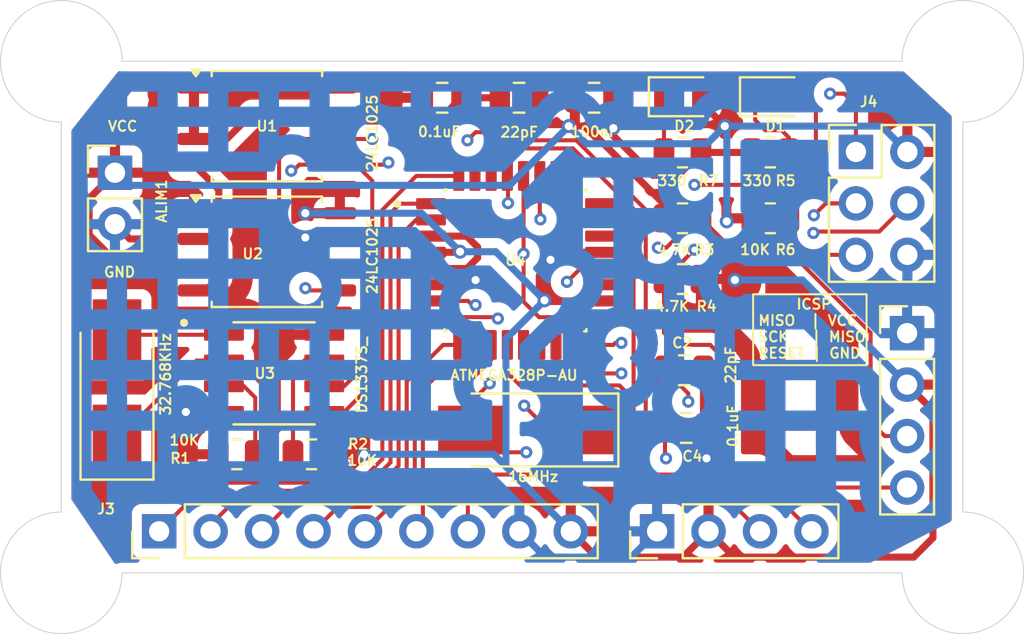
<source format=kicad_pcb>
(kicad_pcb (version 20240108) (generator "pcbnew") (generator_version "8.0")
  (title_block (title "${project_name}") (date "2024-06-09") (rev "1") (comment 1 "2 layer PCB version"))
  (layers (0 "F.Cu" mixed) (1 "In1.Cu" mixed) (2 "In2.Cu" mixed) (31 "B.Cu" mixed) (34 "B.Paste" user) (35 "F.Paste" user) (36 "B.SilkS" user "B.Silkscreen") (37 "F.SilkS" user "F.Silkscreen") (38 "B.Mask" user) (39 "F.Mask" user) (44 "Edge.Cuts" user))
  (property "project_name" "MCU Datalogger with momery and clock")
  (net 0 "")
  (net 1 "GND")
  (net 2 "/Vcc")
  (net 3 "Net-(U4-PB6)")
  (net 4 "Net-(U4-PB7)")
  (net 5 "Net-(U4-AREF)")
  (net 6 "Net-(D1-K)")
  (net 7 "/SCK")
  (net 8 "Net-(D2-K)")
  (net 9 "/SDA")
  (net 10 "/TX")
  (net 11 "/RX")
  (net 12 "/D2")
  (net 13 "/D3")
  (net 14 "/D5")
  (net 15 "/D4")
  (net 16 "/D7")
  (net 17 "/D8")
  (net 18 "/D6")
  (net 19 "/MISO")
  (net 20 "/MOSI")
  (net 21 "/RESET")
  (net 22 "Net-(U3-~{INTA})")
  (net 23 "Net-(U3-SQW{slash}~INT)")
  (net 24 "Net-(U3-X1)")
  (net 25 "Net-(U3-X2)")
  (footprint "Resistor_SMD:R_0805_2012Metric" (layer "F.Cu") (at 152.9125 104.75)
    (property "Reference" "R3" (at 1.0875 1.55 0) (layer "F.SilkS") (effects (font (size 0.5 0.5) (thickness 0.1))))
    (property "Value" "4.7K" (at -0.4125 1.55 0) (layer "F.SilkS") (effects (font (size 0.5 0.5) (thickness 0.1))))
    (pad "1" smd roundrect (at -0.9125 0) (size 1.025 1.4) (layers "F.Cu" "F.Paste" "F.Mask") (roundrect_rratio 0.243902) (net 2 "/Vcc"))
    (pad "2" smd roundrect (at 0.9125 0) (size 1.025 1.4) (layers "F.Cu" "F.Paste" "F.Mask") (roundrect_rratio 0.243902) (net 9 "/SDA"))
  )
  (footprint "Capacitor_SMD:C_0805_2012Metric" (layer "F.Cu") (at 153 112.25 180)
    (property "Reference" "C2" (at 0.1 1.35 0) (layer "F.SilkS") (effects (font (size 0.5 0.5) (thickness 0.1))))
    (property "Value" "22pF" (at -2.3 0.25 90) (layer "F.SilkS") (effects (font (size 0.5 0.5) (thickness 0.1))))
    (pad "1" smd roundrect (at -0.95 0 180) (size 1 1.45) (layers "F.Cu" "F.Paste" "F.Mask") (net 1 "GND"))
    (pad "2" smd roundrect (at 0.95 0 180) (size 1 1.45) (layers "F.Cu" "F.Paste" "F.Mask") (net 3 "Net-(U4-PB6)"))
  )
  (footprint "Resistor_SMD:R_0805_2012Metric" (layer "F.Cu") (at 152.9125 101.5)
    (property "Reference" "R7" (at 1.2875 1.4 0) (layer "F.SilkS") (effects (font (size 0.5 0.5) (thickness 0.1))))
    (property "Value" "330" (at -0.5125 1.4 0) (layer "F.SilkS") (effects (font (size 0.5 0.5) (thickness 0.1))))
    (pad "1" smd roundrect (at -0.9125 0) (size 1.025 1.4) (layers "F.Cu" "F.Paste" "F.Mask") (roundrect_rratio 0.243902) (net 8 "Net-(D2-K)"))
    (pad "2" smd roundrect (at 0.9125 0) (size 1.025 1.4) (layers "F.Cu" "F.Paste" "F.Mask") (roundrect_rratio 0.243902) (net 1 "GND"))
  )
  (footprint "DS1337S_:SOIC127P600X175-8N" (layer "F.Cu") (at 132.755 112.405)
    (property "Reference" "U3" (at -0.455 0 0) (layer "F.SilkS") (effects (font (size 0.5 0.5) (thickness 0.1))))
    (property "Value" "DS1337S_" (at 4.325 0.095 90) (layer "F.SilkS") (effects (font (size 0.5 0.5) (thickness 0.1))))
    (pad "1" smd roundrect (at -2.475 -1.905) (size 1.97 0.59) (layers "F.Cu" "F.Paste" "F.Mask") (roundrect_rratio 0.125) (net 24 "Net-(U3-X1)"))
    (pad "2" smd roundrect (at -2.475 -0.635) (size 1.97 0.59) (layers "F.Cu" "F.Paste" "F.Mask") (roundrect_rratio 0.125) (net 25 "Net-(U3-X2)"))
    (pad "3" smd roundrect (at -2.475 0.635) (size 1.97 0.59) (layers "F.Cu" "F.Paste" "F.Mask") (roundrect_rratio 0.125) (net 22 "Net-(U3-~{INTA})"))
    (pad "4" smd roundrect (at -2.475 1.905) (size 1.97 0.59) (layers "F.Cu" "F.Paste" "F.Mask") (roundrect_rratio 0.125) (net 1 "GND"))
    (pad "5" smd roundrect (at 2.475 1.905) (size 1.97 0.59) (layers "F.Cu" "F.Paste" "F.Mask") (roundrect_rratio 0.125) (net 9 "/SDA"))
    (pad "6" smd roundrect (at 2.475 0.635) (size 1.97 0.59) (layers "F.Cu" "F.Paste" "F.Mask") (roundrect_rratio 0.125) (net 7 "/SCK"))
    (pad "7" smd roundrect (at 2.475 -0.635) (size 1.97 0.59) (layers "F.Cu" "F.Paste" "F.Mask") (roundrect_rratio 0.125) (net 23 "Net-(U3-SQW{slash}~INT)"))
    (pad "8" smd roundrect (at 2.475 -1.905) (size 1.97 0.59) (layers "F.Cu" "F.Paste" "F.Mask") (roundrect_rratio 0.125) (net 2 "/Vcc"))
  )
  (footprint "Capacitor_SMD:C_0805_2012Metric" (layer "F.Cu") (at 153.1 115.1 180)
    (property "Reference" "C4" (at -0.3 -1.4 0) (layer "F.SilkS") (effects (font (size 0.5 0.5) (thickness 0.1))))
    (property "Value" "0.1uF" (at -2.3 0.1 90) (layer "F.SilkS") (effects (font (size 0.5 0.5) (thickness 0.1))))
    (pad "1" smd roundrect (at -0.95 0 180) (size 1 1.45) (layers "F.Cu" "F.Paste" "F.Mask") (net 1 "GND"))
    (pad "2" smd roundrect (at 0.95 0 180) (size 1 1.45) (layers "F.Cu" "F.Paste" "F.Mask") (net 5 "Net-(U4-AREF)"))
  )
  (footprint "Capacitor_SMD:C_0805_2012Metric" (layer "F.Cu") (at 144.85 98.8)
    (property "Reference" "C3")
    (property "Value" "22pF" (at 0 1.7 0) (layer "F.SilkS") (effects (font (size 0.5 0.5) (thickness 0.1))))
    (pad "1" smd roundrect (at -0.95 0) (size 1 1.45) (layers "F.Cu" "F.Paste" "F.Mask") (net 1 "GND"))
    (pad "2" smd roundrect (at 0.95 0) (size 1 1.45) (layers "F.Cu" "F.Paste" "F.Mask") (net 4 "Net-(U4-PB7)"))
  )
  (footprint "MountingHole:MountingHole_2.1mm" (layer "F.Cu") (at 122.25 97)
    (property "Reference" "H1")
    (property "Value" "MountingHole" (hide yes))
    (pad "" np_thru_hole circle (at 0 0) (size 2.1 2.1) (drill 2.1) (layers "*.Cu" "*.Mask"))
  )
  (footprint "Connector_PinHeader_2.54mm:PinHeader_1x09_P2.54mm_Vertical" (layer "F.Cu") (at 127.08 120.2 90)
    (property "Reference" "J3" (at 1.1 -2.62 180) (layer "F.SilkS") (effects (font (size 0.5 0.5) (thickness 0.1))))
    (property "Value" "Conn_01x09_Pin" (hide yes))
    (pad "1" thru_hole rect (at 0 0 90) (size 1.7 1.7) (drill 1) (layers "*.Cu" "*.Mask") (net 12 "/D2"))
    (pad "2" thru_hole oval (at 0 2.54 90) (size 1.7 1.7) (drill 1) (layers "*.Cu" "*.Mask") (net 13 "/D3"))
    (pad "3" thru_hole oval (at 0 5.08 90) (size 1.7 1.7) (drill 1) (layers "*.Cu" "*.Mask") (net 15 "/D4"))
    (pad "4" thru_hole oval (at 0 7.62 90) (size 1.7 1.7) (drill 1) (layers "*.Cu" "*.Mask") (net 14 "/D5"))
    (pad "5" thru_hole oval (at 0 10.16 90) (size 1.7 1.7) (drill 1) (layers "*.Cu" "*.Mask") (net 18 "/D6"))
    (pad "6" thru_hole oval (at 0 12.7 90) (size 1.7 1.7) (drill 1) (layers "*.Cu" "*.Mask") (net 16 "/D7"))
    (pad "7" thru_hole oval (at 0 15.24 90) (size 1.7 1.7) (drill 1) (layers "*.Cu" "*.Mask") (net 17 "/D8"))
    (pad "8" thru_hole oval (at 0 17.78 90) (size 1.7 1.7) (drill 1) (layers "*.Cu" "*.Mask") (net 1 "GND"))
    (pad "9" thru_hole oval (at 0 20.32 90) (size 1.7 1.7) (drill 1) (layers "*.Cu" "*.Mask") (net 2 "/Vcc"))
  )
  (footprint "Capacitor_SMD:C_0805_2012Metric" (layer "F.Cu") (at 148.55 98.8)
    (property "Reference" "C5")
    (property "Value" "100nF" (at 0 1.68 0) (layer "F.SilkS") (effects (font (size 0.5 0.5) (thickness 0.1))))
    (pad "1" smd roundrect (at -0.95 0) (size 1 1.45) (layers "F.Cu" "F.Paste" "F.Mask") (net 2 "/Vcc"))
    (pad "2" smd roundrect (at 0.95 0) (size 1 1.45) (layers "F.Cu" "F.Paste" "F.Mask") (net 1 "GND"))
  )
  (footprint "Package_SO:SOIC-8_5.23x5.23mm_P1.27mm" (layer "F.Cu") (at 132.4 106.405)
    (property "Reference" "U2" (at -0.7 0.1 0) (layer "F.SilkS") (effects (font (size 0.5 0.5) (thickness 0.1))))
    (property "Value" "24LC1025" (at 5.2 0.2 90) (layer "F.SilkS") (effects (font (size 0.5 0.5) (thickness 0.1))))
    (pad "1" smd roundrect (at -3.6 -1.905) (size 1.6 0.6) (layers "F.Cu" "F.Paste" "F.Mask") (net 2 "/Vcc"))
    (pad "2" smd roundrect (at -3.6 -0.635) (size 1.6 0.6) (layers "F.Cu" "F.Paste" "F.Mask") (net 1 "GND"))
    (pad "3" smd roundrect (at -3.6 0.635) (size 1.6 0.6) (layers "F.Cu" "F.Paste" "F.Mask") (net 2 "/Vcc"))
    (pad "4" smd roundrect (at -3.6 1.905) (size 1.6 0.6) (layers "F.Cu" "F.Paste" "F.Mask") (net 1 "GND"))
    (pad "5" smd roundrect (at 3.6 1.905) (size 1.6 0.6) (layers "F.Cu" "F.Paste" "F.Mask") (net 9 "/SDA"))
    (pad "6" smd roundrect (at 3.6 0.635) (size 1.6 0.6) (layers "F.Cu" "F.Paste" "F.Mask") (net 7 "/SCK"))
    (pad "7" smd roundrect (at 3.6 -0.635) (size 1.6 0.6) (layers "F.Cu" "F.Paste" "F.Mask") (net 1 "GND"))
    (pad "8" smd roundrect (at 3.6 -1.905) (size 1.6 0.6) (layers "F.Cu" "F.Paste" "F.Mask") (net 2 "/Vcc"))
  )
  (footprint "LED_SMD:LED_0805_2012Metric" (layer "F.Cu") (at 157.4375 98.75)
    (property "Reference" "D1" (at 0.0625 1.45 0) (layer "F.SilkS") (effects (font (size 0.5 0.5) (thickness 0.1))))
    (property "Value" "LED" (hide yes))
    (pad "1" smd roundrect (at -0.9375 0) (size 0.975 1.4) (layers "F.Cu" "F.Paste" "F.Mask") (net 6 "Net-(D1-K)"))
    (pad "2" smd roundrect (at 0.9375 0) (size 0.975 1.4) (layers "F.Cu" "F.Paste" "F.Mask") (net 7 "/SCK"))
  )
  (footprint "Capacitor_SMD:C_0805_2012Metric" (layer "F.Cu") (at 141.05 98.8)
    (property "Reference" "C1")
    (property "Value" "0.1uF" (at -0.15 1.68 0) (layer "F.SilkS") (effects (font (size 0.5 0.5) (thickness 0.1))))
    (pad "1" smd roundrect (at -0.95 0) (size 1 1.45) (layers "F.Cu" "F.Paste" "F.Mask") (net 2 "/Vcc"))
    (pad "2" smd roundrect (at 0.95 0) (size 1 1.45) (layers "F.Cu" "F.Paste" "F.Mask") (net 1 "GND"))
  )
  (footprint "Resistor_SMD:R_0805_2012Metric" (layer "F.Cu") (at 152.9125 107.75)
    (property "Reference" "R4" (at 1.1875 1.35 0) (layer "F.SilkS") (effects (font (size 0.5 0.5) (thickness 0.1))))
    (property "Value" "4.7K" (at -0.5125 1.35 0) (layer "F.SilkS") (effects (font (size 0.5 0.5) (thickness 0.1))))
    (pad "1" smd roundrect (at -0.9125 0) (size 1.025 1.4) (layers "F.Cu" "F.Paste" "F.Mask") (roundrect_rratio 0.243902) (net 7 "/SCK"))
    (pad "2" smd roundrect (at 0.9125 0) (size 1.025 1.4) (layers "F.Cu" "F.Paste" "F.Mask") (roundrect_rratio 0.243902) (net 2 "/Vcc"))
  )
  (footprint "MountingHole:MountingHole_2.1mm" (layer "F.Cu") (at 122.25 122.25)
    (property "Reference" "H2")
    (property "Value" "MountingHole" (hide yes))
    (pad "" np_thru_hole circle (at 0 0) (size 2.1 2.1) (drill 2.1) (layers "*.Cu" "*.Mask"))
  )
  (footprint "Connector_PinHeader_2.54mm:PinHeader_1x04_P2.54mm_Vertical" (layer "F.Cu") (at 164 110.42)
    (property "Reference" "J1")
    (property "Value" "Conn_01x04_Pin" (hide yes))
    (pad "1" thru_hole rect (at 0 0) (size 1.7 1.7) (drill 1) (layers "*.Cu" "*.Mask") (net 1 "GND"))
    (pad "2" thru_hole oval (at 0 2.54) (size 1.7 1.7) (drill 1) (layers "*.Cu" "*.Mask") (net 2 "/Vcc"))
    (pad "3" thru_hole oval (at 0 5.08) (size 1.7 1.7) (drill 1) (layers "*.Cu" "*.Mask") (net 9 "/SDA"))
    (pad "4" thru_hole oval (at 0 7.62) (size 1.7 1.7) (drill 1) (layers "*.Cu" "*.Mask") (net 7 "/SCK"))
  )
  (footprint "ATMEGA328P-AU:QFP80P900X900X120-32N" (layer "F.Cu") (at 144.67 106.83)
    (property "Reference" "U4" (at 0 0 0) (layer "F.SilkS") (effects (font (size 0.5 0.5) (thickness 0.1))))
    (property "Value" "ATMEGA328P-AU" (at -0.07 5.67 0) (layer "F.SilkS") (effects (font (size 0.5 0.5) (thickness 0.1))))
    (pad "1" smd roundrect (at -4.17 -2.8) (size 1.47 0.55) (layers "F.Cu" "F.Paste" "F.Mask") (roundrect_rratio 0.125) (net 13 "/D3"))
    (pad "2" smd roundrect (at -4.17 -2) (size 1.47 0.55) (layers "F.Cu" "F.Paste" "F.Mask") (roundrect_rratio 0.125) (net 15 "/D4"))
    (pad "3" smd roundrect (at -4.17 -1.2) (size 1.47 0.55) (layers "F.Cu" "F.Paste" "F.Mask") (roundrect_rratio 0.125) (net 1 "GND"))
    (pad "4" smd roundrect (at -4.17 -0.4) (size 1.47 0.55) (layers "F.Cu" "F.Paste" "F.Mask") (roundrect_rratio 0.125) (net 2 "/Vcc"))
    (pad "5" smd roundrect (at -4.17 0.4) (size 1.47 0.55) (layers "F.Cu" "F.Paste" "F.Mask") (roundrect_rratio 0.125) (net 1 "GND"))
    (pad "6" smd roundrect (at -4.17 1.2) (size 1.47 0.55) (layers "F.Cu" "F.Paste" "F.Mask") (roundrect_rratio 0.125))
    (pad "7" smd roundrect (at -4.17 2) (size 1.47 0.55) (layers "F.Cu" "F.Paste" "F.Mask") (roundrect_rratio 0.125) (net 3 "Net-(U4-PB6)"))
    (pad "8" smd roundrect (at -4.17 2.8) (size 1.47 0.55) (layers "F.Cu" "F.Paste" "F.Mask") (roundrect_rratio 0.125) (net 4 "Net-(U4-PB7)"))
    (pad "9" smd roundrect (at -2.8 4.17) (size 0.55 1.47) (layers "F.Cu" "F.Paste" "F.Mask") (roundrect_rratio 0.125) (net 14 "/D5"))
    (pad "10" smd roundrect (at -2 4.17) (size 0.55 1.47) (layers "F.Cu" "F.Paste" "F.Mask") (roundrect_rratio 0.125) (net 18 "/D6"))
    (pad "11" smd roundrect (at -1.2 4.17) (size 0.55 1.47) (layers "F.Cu" "F.Paste" "F.Mask") (roundrect_rratio 0.125) (net 16 "/D7"))
    (pad "12" smd roundrect (at -0.4 4.17) (size 0.55 1.47) (layers "F.Cu" "F.Paste" "F.Mask") (roundrect_rratio 0.125) (net 17 "/D8"))
    (pad "13" smd roundrect (at 0.4 4.17) (size 0.55 1.47) (layers "F.Cu" "F.Paste" "F.Mask") (roundrect_rratio 0.125))
    (pad "14" smd roundrect (at 1.2 4.17) (size 0.55 1.47) (layers "F.Cu" "F.Paste" "F.Mask") (roundrect_rratio 0.125))
    (pad "15" smd roundrect (at 2 4.17) (size 0.55 1.47) (layers "F.Cu" "F.Paste" "F.Mask") (roundrect_rratio 0.125) (net 20 "/MOSI"))
    (pad "16" smd roundrect (at 2.8 4.17) (size 0.55 1.47) (layers "F.Cu" "F.Paste" "F.Mask") (roundrect_rratio 0.125) (net 19 "/MISO"))
    (pad "17" smd roundrect (at 4.17 2.8) (size 1.47 0.55) (layers "F.Cu" "F.Paste" "F.Mask") (roundrect_rratio 0.125) (net 7 "/SCK"))
    (pad "18" smd roundrect (at 4.17 2) (size 1.47 0.55) (layers "F.Cu" "F.Paste" "F.Mask") (roundrect_rratio 0.125) (net 2 "/Vcc"))
    (pad "19" smd roundrect (at 4.17 1.2) (size 1.47 0.55) (layers "F.Cu" "F.Paste" "F.Mask") (roundrect_rratio 0.125))
    (pad "20" smd roundrect (at 4.17 0.4) (size 1.47 0.55) (layers "F.Cu" "F.Paste" "F.Mask") (roundrect_rratio 0.125) (net 5 "Net-(U4-AREF)"))
    (pad "21" smd roundrect (at 4.17 -0.4) (size 1.47 0.55) (layers "F.Cu" "F.Paste" "F.Mask") (roundrect_rratio 0.125) (net 1 "GND"))
    (pad "22" smd roundrect (at 4.17 -1.2) (size 1.47 0.55) (layers "F.Cu" "F.Paste" "F.Mask") (roundrect_rratio 0.125))
    (pad "23" smd roundrect (at 4.17 -2) (size 1.47 0.55) (layers "F.Cu" "F.Paste" "F.Mask") (roundrect_rratio 0.125))
    (pad "24" smd roundrect (at 4.17 -2.8) (size 1.47 0.55) (layers "F.Cu" "F.Paste" "F.Mask") (roundrect_rratio 0.125))
    (pad "25" smd roundrect (at 2.8 -4.17) (size 0.55 1.47) (layers "F.Cu" "F.Paste" "F.Mask") (roundrect_rratio 0.125))
    (pad "26" smd roundrect (at 2 -4.17) (size 0.55 1.47) (layers "F.Cu" "F.Paste" "F.Mask") (roundrect_rratio 0.125))
    (pad "27" smd roundrect (at 1.2 -4.17) (size 0.55 1.47) (layers "F.Cu" "F.Paste" "F.Mask") (roundrect_rratio 0.125) (net 9 "/SDA"))
    (pad "28" smd roundrect (at 0.4 -4.17) (size 0.55 1.47) (layers "F.Cu" "F.Paste" "F.Mask") (roundrect_rratio 0.125) (net 7 "/SCK"))
    (pad "29" smd roundrect (at -0.4 -4.17) (size 0.55 1.47) (layers "F.Cu" "F.Paste" "F.Mask") (roundrect_rratio 0.125) (net 21 "/RESET"))
    (pad "30" smd roundrect (at -1.2 -4.17) (size 0.55 1.47) (layers "F.Cu" "F.Paste" "F.Mask") (roundrect_rratio 0.125) (net 11 "/RX"))
    (pad "31" smd roundrect (at -2 -4.17) (size 0.55 1.47) (layers "F.Cu" "F.Paste" "F.Mask") (roundrect_rratio 0.125) (net 10 "/TX"))
    (pad "32" smd roundrect (at -2.8 -4.17) (size 0.55 1.47) (layers "F.Cu" "F.Paste" "F.Mask") (roundrect_rratio 0.125) (net 12 "/D2"))
  )
  (footprint "Crystal:Crystal_SMD_5032-2Pin_5.0x3.2mm_HandSoldering" (layer "F.Cu") (at 145.2 115.2 180)
    (property "Reference" "Y2" (hide yes))
    (property "Value" "16MHz" (at -0.35 -2.3 0) (layer "F.SilkS") (effects (font (size 0.5 0.5) (thickness 0.1))))
    (pad "1" smd rect (at -2.6 0 180) (size 3.5 2.4) (layers "F.Cu" "F.Paste" "F.Mask") (net 4 "Net-(U4-PB7)"))
    (pad "2" smd rect (at 2.6 0 180) (size 3.5 2.4) (layers "F.Cu" "F.Paste" "F.Mask") (net 3 "Net-(U4-PB6)"))
  )
  (footprint "Package_SO:SOIC-8_5.23x5.23mm_P1.27mm" (layer "F.Cu") (at 132.4 100.2)
    (property "Reference" "U1" (at 0 0 0) (layer "F.SilkS") (effects (font (size 0.5 0.5) (thickness 0.1))))
    (property "Value" "24LC1025" (at 5.2 0.335 90) (layer "F.SilkS") (effects (font (size 0.5 0.5) (thickness 0.1))))
    (pad "1" smd roundrect (at -3.6 -1.905) (size 1.6 0.6) (layers "F.Cu" "F.Paste" "F.Mask") (net 2 "/Vcc"))
    (pad "2" smd roundrect (at -3.6 -0.635) (size 1.6 0.6) (layers "F.Cu" "F.Paste" "F.Mask") (net 2 "/Vcc"))
    (pad "3" smd roundrect (at -3.6 0.635) (size 1.6 0.6) (layers "F.Cu" "F.Paste" "F.Mask") (net 2 "/Vcc"))
    (pad "4" smd roundrect (at -3.6 1.905) (size 1.6 0.6) (layers "F.Cu" "F.Paste" "F.Mask") (net 1 "GND"))
    (pad "5" smd roundrect (at 3.6 1.905) (size 1.6 0.6) (layers "F.Cu" "F.Paste" "F.Mask") (net 9 "/SDA"))
    (pad "6" smd roundrect (at 3.6 0.635) (size 1.6 0.6) (layers "F.Cu" "F.Paste" "F.Mask") (net 7 "/SCK"))
    (pad "7" smd roundrect (at 3.6 -0.635) (size 1.6 0.6) (layers "F.Cu" "F.Paste" "F.Mask") (net 1 "GND"))
    (pad "8" smd roundrect (at 3.6 -1.905) (size 1.6 0.6) (layers "F.Cu" "F.Paste" "F.Mask") (net 2 "/Vcc"))
  )
  (footprint "Connector_PinHeader_2.54mm:PinHeader_1x04_P2.54mm_Vertical" (layer "F.Cu") (at 151.66 120.2 90)
    (property "Reference" "J2")
    (property "Value" "Conn_01x04_Pin" (hide yes))
    (pad "1" thru_hole rect (at 0 0 90) (size 1.7 1.7) (drill 1) (layers "*.Cu" "*.Mask") (net 1 "GND"))
    (pad "2" thru_hole oval (at 0 2.54 90) (size 1.7 1.7) (drill 1) (layers "*.Cu" "*.Mask") (net 2 "/Vcc"))
    (pad "3" thru_hole oval (at 0 5.08 90) (size 1.7 1.7) (drill 1) (layers "*.Cu" "*.Mask") (net 11 "/RX"))
    (pad "4" thru_hole oval (at 0 7.62 90) (size 1.7 1.7) (drill 1) (layers "*.Cu" "*.Mask") (net 10 "/TX"))
  )
  (footprint "Connector_PinHeader_2.54mm:PinHeader_2x03_P2.54mm_Vertical" (layer "F.Cu") (at 161.475 101.475)
    (property "Reference" "J4" (at 0.625 -2.475 180) (layer "F.SilkS") (effects (font (size 0.5 0.5) (thickness 0.1))))
    (property "Value" "Conn_02x03_Odd_Even" (hide yes))
    (pad "1" thru_hole rect (at 0 0) (size 1.7 1.7) (drill 1) (layers "*.Cu" "*.Mask") (net 19 "/MISO"))
    (pad "2" thru_hole oval (at 2.54 0) (size 1.7 1.7) (drill 1) (layers "*.Cu" "*.Mask") (net 2 "/Vcc"))
    (pad "3" thru_hole oval (at 0 2.54) (size 1.7 1.7) (drill 1) (layers "*.Cu" "*.Mask") (net 7 "/SCK"))
    (pad "4" thru_hole oval (at 2.54 2.54) (size 1.7 1.7) (drill 1) (layers "*.Cu" "*.Mask") (net 20 "/MOSI"))
    (pad "5" thru_hole oval (at 0 5.08) (size 1.7 1.7) (drill 1) (layers "*.Cu" "*.Mask") (net 21 "/RESET"))
    (pad "6" thru_hole oval (at 2.54 5.08) (size 1.7 1.7) (drill 1) (layers "*.Cu" "*.Mask") (net 1 "GND"))
  )
  (footprint "MountingHole:MountingHole_2.1mm" (layer "F.Cu") (at 166.75 122.25)
    (property "Reference" "H3")
    (property "Value" "MountingHole" (hide yes))
    (pad "" np_thru_hole circle (at 0 0) (size 2.1 2.1) (drill 2.1) (layers "*.Cu" "*.Mask"))
  )
  (footprint "Resistor_SMD:R_0805_2012Metric" (layer "F.Cu") (at 130.9125 116.4)
    (property "Reference" "R1" (at -2.7875 0.2 0) (layer "F.SilkS") (effects (font (size 0.5 0.5) (thickness 0.1))))
    (property "Value" "10K" (at -2.5875 -0.7 0) (layer "F.SilkS") (effects (font (size 0.5 0.5) (thickness 0.1))))
    (pad "1" smd roundrect (at -0.9125 0) (size 1.025 1.4) (layers "F.Cu" "F.Paste" "F.Mask") (roundrect_rratio 0.243902) (net 2 "/Vcc"))
    (pad "2" smd roundrect (at 0.9125 0) (size 1.025 1.4) (layers "F.Cu" "F.Paste" "F.Mask") (roundrect_rratio 0.243902) (net 22 "Net-(U3-~{INTA})"))
  )
  (footprint "LED_SMD:LED_0805_2012Metric" (layer "F.Cu") (at 152.9375 98.75)
    (property "Reference" "D2" (at 0.0625 1.45 0) (layer "F.SilkS") (effects (font (size 0.5 0.5) (thickness 0.1))))
    (property "Value" "LED" (hide yes))
    (pad "1" smd roundrect (at -0.9375 0) (size 0.975 1.4) (layers "F.Cu" "F.Paste" "F.Mask") (net 8 "Net-(D2-K)"))
    (pad "2" smd roundrect (at 0.9375 0) (size 0.975 1.4) (layers "F.Cu" "F.Paste" "F.Mask") (net 2 "/Vcc"))
  )
  (footprint "Connector_PinHeader_2.54mm:PinHeader_1x02_P2.54mm_Vertical" (layer "F.Cu") (at 124.9 102.5)
    (property "Reference" "ALIM1" (at 2.3 1.4 -90) (layer "F.SilkS") (effects (font (size 0.5 0.5) (thickness 0.1))))
    (property "Value" "Battery" (hide yes))
    (pad "1" thru_hole rect (at 0 0) (size 1.7 1.7) (drill 1) (layers "*.Cu" "*.Mask") (net 2 "/Vcc"))
    (pad "2" thru_hole oval (at 0 2.54) (size 1.7 1.7) (drill 1) (layers "*.Cu" "*.Mask") (net 1 "GND"))
  )
  (footprint "Resistor_SMD:R_0805_2012Metric" (layer "F.Cu") (at 157.25 101.5)
    (property "Reference" "R5" (at 0.75 1.4 0) (layer "F.SilkS") (effects (font (size 0.5 0.5) (thickness 0.1))))
    (property "Value" "330" (at -0.65 1.4 0) (layer "F.SilkS") (effects (font (size 0.5 0.5) (thickness 0.1))))
    (pad "1" smd roundrect (at -0.9125 0) (size 1.025 1.4) (layers "F.Cu" "F.Paste" "F.Mask") (roundrect_rratio 0.243902) (net 1 "GND"))
    (pad "2" smd roundrect (at 0.9125 0) (size 1.025 1.4) (layers "F.Cu" "F.Paste" "F.Mask") (roundrect_rratio 0.243902) (net 6 "Net-(D1-K)"))
  )
  (footprint "Resistor_SMD:R_0805_2012Metric" (layer "F.Cu") (at 157.25 104.75)
    (property "Reference" "R6" (at 0.75 1.55 0) (layer "F.SilkS") (effects (font (size 0.5 0.5) (thickness 0.1))))
    (property "Value" "10K" (at -0.75 1.55 0) (layer "F.SilkS") (effects (font (size 0.5 0.5) (thickness 0.1))))
    (pad "1" smd roundrect (at -0.9125 0) (size 1.025 1.4) (layers "F.Cu" "F.Paste" "F.Mask") (roundrect_rratio 0.243902) (net 2 "/Vcc"))
    (pad "2" smd roundrect (at 0.9125 0) (size 1.025 1.4) (layers "F.Cu" "F.Paste" "F.Mask") (roundrect_rratio 0.243902) (net 21 "/RESET"))
  )
  (footprint "MountingHole:MountingHole_2.1mm" (layer "F.Cu") (at 166.75 97)
    (property "Reference" "H4")
    (property "Value" "MountingHole" (hide yes))
    (pad "" np_thru_hole circle (at 0 0) (size 2.1 2.1) (drill 2.1) (layers "*.Cu" "*.Mask"))
  )
  (footprint "Resistor_SMD:R_0805_2012Metric" (layer "F.Cu") (at 134.6 116.4 180)
    (property "Reference" "R2" (at -2.3 0.5 360) (layer "F.SilkS") (effects (font (size 0.5 0.5) (thickness 0.1))))
    (property "Value" "10K" (at -2.5 -0.3 360) (layer "F.SilkS") (effects (font (size 0.5 0.5) (thickness 0.1))))
    (pad "1" smd roundrect (at -0.9125 0 180) (size 1.025 1.4) (layers "F.Cu" "F.Paste" "F.Mask") (roundrect_rratio 0.243902) (net 2 "/Vcc"))
    (pad "2" smd roundrect (at 0.9125 0 180) (size 1.025 1.4) (layers "F.Cu" "F.Paste" "F.Mask") (roundrect_rratio 0.243902) (net 23 "Net-(U3-SQW{slash}~INT)"))
  )
  (footprint "Crystal:Crystal_SMD_5032-2Pin_5.0x3.2mm_HandSoldering" (layer "F.Cu") (at 125 113.1 90)
    (property "Reference" "Y1" (hide yes))
    (property "Value" "32.768KHz" (at 0.65 2.4 90) (layer "F.SilkS") (effects (font (size 0.5 0.5) (thickness 0.1))))
    (pad "1" smd rect (at -2.6 0 90) (size 3.5 2.4) (layers "F.Cu" "F.Paste" "F.Mask") (net 25 "Net-(U3-X2)"))
    (pad "2" smd rect (at 2.6 0 90) (size 3.5 2.4) (layers "F.Cu" "F.Paste" "F.Mask") (net 24 "Net-(U3-X1)"))
  )
  (gr_rect (start 156.4 108.5) (end 162 112) (stroke (width 0.1)) (fill none) (layer "F.SilkS"))
  (gr_line (start 163.75 97) (end 125.25 97) (stroke (width 0.05)) (layer "Edge.Cuts"))
  (gr_arc (start 166.75 119.25) (mid 168.87132 124.37132) (end 163.75 122.25) (stroke (width 0.05)) (layer "Edge.Cuts"))
  (gr_arc (start 125.25 122.25) (mid 120.12868 124.37132) (end 122.25 119.25) (stroke (width 0.05)) (layer "Edge.Cuts"))
  (gr_line (start 166.75 119.25) (end 166.75 100) (stroke (width 0.05)) (layer "Edge.Cuts"))
  (gr_line (start 125.25 122.25) (end 163.75 122.25) (stroke (width 0.05)) (layer "Edge.Cuts"))
  (gr_arc (start 163.75 97) (mid 168.87132 94.87868) (end 166.75 100) (stroke (width 0.05)) (layer "Edge.Cuts"))
  (gr_line (start 122.25 119.25) (end 122.25 100) (stroke (width 0.05)) (layer "Edge.Cuts"))
  (gr_arc (start 122.25 100) (mid 120.12868 94.87868) (end 125.25 97) (stroke (width 0.05)) (layer "Edge.Cuts"))
  (gr_text "VCC" (at 124.5 100.5 0) (layer "F.SilkS") (effects (font (size 0.5 0.5) (thickness 0.1) (bold yes)) (justify left bottom)))
  (gr_text "GND" (at 124.3 107.7 0) (layer "F.SilkS") (effects (font (size 0.5 0.5) (thickness 0.1) (bold yes)) (justify left bottom)))
  (gr_text "	ICSP\nMISO  | VCC\nSCK   | MISO\nRESET | GND" (at 156.6 111.7 0) (layer "F.SilkS") (effects (font (size 0.5 0.5) (thickness 0.1)) (justify left bottom)))
  (segment (start 142.27 107.23) (end 142.8 106.7) (width 0.35) (layer "F.Cu") (net 1))
  (segment (start 125.63 105.77) (end 124.9 105.04) (width 0.35) (layer "F.Cu") (net 1))
  (segment (start 140.5 107.23) (end 142.27 107.23) (width 0.35) (layer "F.Cu") (net 1))
  (segment (start 154.05 115.1) (end 154.05 116.55) (width 0.35) (layer "F.Cu") (net 1))
  (segment (start 142.8 106.17) (end 142.26 105.63) (width 0.35) (layer "F.Cu") (net 1))
  (segment (start 153.825 101.5) (end 152.7 102.625) (width 0.35) (layer "F.Cu") (net 1))
  (segment (start 142.7 107.8) (end 142.13 107.23) (width 0.35) (layer "F.Cu") (net 1))
  (segment (start 148.84 106.43) (end 146.77 106.43) (width 0.35) (layer "F.Cu") (net 1))
  (segment (start 152.7 102.625) (end 151.450978 102.625) (width 0.35) (layer "F.Cu") (net 1))
  (segment (start 142 98.8) (end 143.9 98.8) (width 0.35) (layer "F.Cu") (net 1))
  (segment (start 136 105.77) (end 134.365 105.77) (width 0.35) (layer "F.Cu") (net 1))
  (segment (start 140.85 99.95) (end 136.385 99.95) (width 0.35) (layer "F.Cu") (net 1))
  (segment (start 142.8 106.7) (end 142.8 106.17) (width 0.35) (layer "F.Cu") (net 1))
  (segment (start 149.5 100.674022) (end 149.5 100.3) (width 0.35) (layer "F.Cu") (net 1))
  (segment (start 130.025 103.33) (end 130.025 105.344999) (width 0.35) (layer "F.Cu") (net 1))
  (segment (start 134.365 105.77) (end 134.295 105.7) (width 0.35) (layer "F.Cu") (net 1))
  (segment (start 142.26 105.63) (end 140.5 105.63) (width 0.35) (layer "F.Cu") (net 1))
  (segment (start 130.025 107.675) (end 129.39 108.31) (width 0.35) (layer "F.Cu") (net 1))
  (segment (start 128.8 105.77) (end 129.599999 105.77) (width 0.35) (layer "F.Cu") (net 1))
  (segment (start 129.39 108.31) (end 128.8 108.31) (width 0.35) (layer "F.Cu") (net 1))
  (segment (start 142 98.8) (end 140.85 99.95) (width 0.35) (layer "F.Cu") (net 1))
  (segment (start 128.8 105.77) (end 125.63 105.77) (width 0.35) (layer "F.Cu") (net 1))
  (segment (start 131.687328 99.565) (end 129.147328 102.105) (width 0.35) (layer "F.Cu") (net 1))
  (segment (start 129.599999 105.77) (end 130.025 106.195001) (width 0.35) (layer "F.Cu") (net 1))
  (segment (start 136.385 99.95) (end 136 99.565) (width 0.35) (layer "F.Cu") (net 1))
  (segment (start 153.95 112.25) (end 153.95 115) (width 0.35) (layer "F.Cu") (net 1))
  (segment (start 136 99.565) (end 131.687328 99.565) (width 0.35) (layer "F.Cu") (net 1))
  (segment (start 130.025 105.344999) (end 129.599999 105.77) (width 0.35) (layer "F.Cu") (net 1))
  (segment (start 128.8 102.105) (end 130.025 103.33) (width 0.35) (layer "F.Cu") (net 1))
  (segment (start 154.05 116.55) (end 154.1 116.6) (width 0.35) (layer "F.Cu") (net 1))
  (segment (start 130.025 106.195001) (end 130.025 107.675) (width 0.35) (layer "F.Cu") (net 1))
  (segment (start 128.4 114.31) (end 130.28 114.31) (width 0.35) (layer "F.Cu") (net 1))
  (segment (start 151.450978 102.625) (end 149.5 100.674022) (width 0.35) (layer "F.Cu") (net 1))
  (segment (start 153.95 115) (end 154.05 115.1) (width 0.35) (layer "F.Cu") (net 1))
  (segment (start 149.5 100.674022) (end 149.5 98.8) (width 0.35) (layer "F.Cu") (net 1))
  (segment (start 153.825 101.5) (end 156.3375 101.5) (width 0.35) (layer "F.Cu") (net 1))
  (segment (start 129.147328 102.105) (end 128.8 102.105) (width 0.35) (layer "F.Cu") (net 1))
  (segment (start 142.13 107.23) (end 140.5 107.23) (width 0.35) (layer "F.Cu") (net 1))
  (segment (start 146.77 106.43) (end 146.4 106.8) (width 0.35) (layer "F.Cu") (net 1))
  (via (at 154.1 116.6) (size 0.69) (drill 0.4) (layers "F.Cu" "B.Cu") (net 1))
  (via (at 142.7 107.8) (size 0.69) (drill 0.4) (layers "F.Cu" "B.Cu") (net 1))
  (via (at 134.295 105.7) (size 0.69) (drill 0.4) (layers "F.Cu" "B.Cu") (net 1))
  (via (at 149.5 100.3) (size 0.69) (drill 0.4) (layers "F.Cu" "B.Cu") (net 1))
  (via (at 128.4 114.31) (size 0.69) (drill 0.4) (layers "F.Cu" "B.Cu") (net 1))
  (via (at 146.4 106.8) (size 0.69) (drill 0.4) (layers "F.Cu" "B.Cu") (net 1))
  (segment (start 150.385 121.475) (end 151.66 120.2) (width 0.35) (layer "B.Cu") (net 1))
  (segment (start 144.86 120.2) (end 146.135 121.475) (width 0.35) (layer "B.Cu") (net 1))
  (segment (start 146.135 121.475) (end 150.385 121.475) (width 0.35) (layer "B.Cu") (net 1))
  (segment (start 148.675 121.475) (end 152.935 121.475) (width 0.35) (layer "F.Cu") (net 2))
  (segment (start 165.275 120.524175) (end 165.275 114.235) (width 0.35) (layer "F.Cu") (net 2))
  (segment (start 123.625 105.568123) (end 123.625 103.775) (width 0.35) (layer "F.Cu") (net 2))
  (segment (start 140.5 106.43) (end 141.905527 106.43) (width 0.35) (layer "F.Cu") (net 2))
  (segment (start 153.875 98.75) (end 153.875 99.075) (width 0.35) (layer "F.Cu") (net 2))
  (segment (start 125.096877 107.04) (end 123.625 105.568123) (width 0.35) (layer "F.Cu") (net 2))
  (segment (start 123 106.193123) (end 123.625 105.568123) (width 0.35) (layer "F.Cu") (net 2))
  (segment (start 148.15 100.2) (end 147.3 100.2) (width 0.35) (layer "F.Cu") (net 2))
  (segment (start 152 104.05) (end 148.15 100.2) (width 0.35) (layer "F.Cu") (net 2))
  (segment (start 154.2 120.21) (end 154.2 120.2) (width 0.35) (layer "F.Cu") (net 2))
  (segment (start 153.875 99.075) (end 155 100.2) (width 0.35) (layer "F.Cu") (net 2))
  (segment (start 128.8 107.04) (end 125.096877 107.04) (width 0.35) (layer "F.Cu") (net 2))
  (segment (start 148.84 108.83) (end 146.13 108.83) (width 0.35) (layer "F.Cu") (net 2))
  (segment (start 135.5125 116.4) (end 137.2 116.4) (width 0.35) (layer "F.Cu") (net 2))
  (segment (start 123.625 103.775) (end 124.9 102.5) (width 0.35) (layer "F.Cu") (net 2))
  (segment (start 147.6 99.9) (end 147.3 100.2) (width 0.35) (layer "F.Cu") (net 2))
  (segment (start 130 116.4) (end 128.525 117.875) (width 0.35) (layer "F.Cu") (net 2))
  (segment (start 156.3375 104.75) (end 155.25 104.75) (width 0.35) (layer "F.Cu") (net 2))
  (segment (start 141.905527 106.43) (end 141.935527 106.4) (width 0.35) (layer "F.Cu") (net 2))
  (segment (start 152.935 121.475) (end 154.2 120.21) (width 0.35) (layer "F.Cu") (net 2))
  (segment (start 147.6 98.8) (end 147.6 99.9) (width 0.35) (layer "F.Cu") (net 2))
  (segment (start 123.6 117.875) (end 123 117.275) (width 0.35) (layer "F.Cu") (net 2))
  (segment (start 123 117.275) (end 123 106.193123) (width 0.35) (layer "F.Cu") (net 2))
  (segment (start 155.475 121.475) (end 164.324175 121.475) (width 0.35) (layer "F.Cu") (net 2))
  (segment (start 155.25 104.75) (end 155.1 104.9) (width 0.35) (layer "F.Cu") (net 2))
  (segment (start 154.2 120.2) (end 155.475 121.475) (width 0.35) (layer "F.Cu") (net 2))
  (segment (start 140.1 98.8) (end 139.595 98.295) (width 0.35) (layer "F.Cu") (net 2))
  (segment (start 155.455 107.75) (end 155.5 107.795) (width 0.35) (layer "F.Cu") (net 2))
  (segment (start 147.4 120.2) (end 148.675 121.475) (width 0.35) (layer "F.Cu") (net 2))
  (segment (start 165.275 114.235) (end 164 112.96) (width 0.35) (layer "F.Cu") (net 2))
  (segment (start 139.595 98.295) (end 136 98.295) (width 0.35) (layer "F.Cu") (net 2))
  (segment (start 128.525 117.875) (end 123.6 117.875) (width 0.35) (layer "F.Cu") (net 2))
  (segment (start 164.324175 121.475) (end 165.275 120.524175) (width 0.35) (layer "F.Cu") (net 2))
  (segment (start 152 104.75) (end 152 104.05) (width 0.35) (layer "F.Cu") (net 2))
  (segment (start 136 104.5) (end 134.295 104.5) (width 0.35) (layer "F.Cu") (net 2))
  (segment (start 146.13 108.83) (end 146.1 108.8) (width 0.35) (layer "F.Cu") (net 2))
  (segment (start 153.825 107.75) (end 155.455 107.75) (width 0.35) (layer "F.Cu") (net 2))
  (via (at 146.1 108.8) (size 0.69) (drill 0.4) (layers "F.Cu" "B.Cu") (net 2))
  (via (at 141.935527 106.4) (size 0.69) (drill 0.4) (layers "F.Cu" "B.Cu") (net 2))
  (via (at 155 100.2) (size 0.69) (drill 0.4) (layers "F.Cu" "B.Cu") (net 2))
  (via (at 155.1 104.9) (size 0.69) (drill 0.4) (layers "F.Cu" "B.Cu") (net 2))
  (via (at 137.2 116.4) (size 0.69) (drill 0.4) (layers "F.Cu" "B.Cu") (net 2))
  (via (at 147.3 100.2) (size 0.69) (drill 0.4) (layers "F.Cu" "B.Cu") (net 2))
  (via (at 155.5 107.795) (size 0.69) (drill 0.4) (layers "F.Cu" "B.Cu") (net 2))
  (via (at 134.295 104.5) (size 0.69) (drill 0.4) (layers "F.Cu" "B.Cu") (net 2))
  (segment (start 134.295 104.5) (end 140.035527 104.5) (width 0.35) (layer "B.Cu") (net 2))
  (segment (start 143.6 116.4) (end 147.4 120.2) (width 0.35) (layer "B.Cu") (net 2))
  (segment (start 141.935527 106.4) (end 143.7 106.4) (width 0.35) (layer "B.Cu") (net 2))
  (segment (start 155.5 107.795) (end 158.835 107.795) (width 0.35) (layer "B.Cu") (net 2))
  (segment (start 137.2 116.4) (end 143.6 116.4) (width 0.35) (layer "B.Cu") (net 2))
  (segment (start 155.1 104.9) (end 155.1 100.3) (width 0.35) (layer "B.Cu") (net 2))
  (segment (start 158.835 107.795) (end 164 112.96) (width 0.35) (layer "B.Cu") (net 2))
  (segment (start 148.17 101.07) (end 154.13 101.07) (width 0.35) (layer "B.Cu") (net 2))
  (segment (start 125.525 103.125) (end 124.9 102.5) (width 0.35) (layer "B.Cu") (net 2))
  (segment (start 154.13 101.07) (end 155 100.2) (width 0.35) (layer "B.Cu") (net 2))
  (segment (start 144.2 117) (end 147.4 120.2) (width 0.35) (layer "B.Cu") (net 2))
  (segment (start 155 100.2) (end 162.74 100.2) (width 0.35) (layer "B.Cu") (net 2))
  (segment (start 140.035527 104.5) (end 141.935527 106.4) (width 0.35) (layer "B.Cu") (net 2))
  (segment (start 144.375 103.125) (end 125.525 103.125) (width 0.35) (layer "B.Cu") (net 2))
  (segment (start 155.1 100.3) (end 155 100.2) (width 0.35) (layer "B.Cu") (net 2))
  (segment (start 162.74 100.2) (end 164.015 101.475) (width 0.35) (layer "B.Cu") (net 2))
  (segment (start 146.1 108.8) (end 144.2 110.7) (width 0.35) (layer "B.Cu") (net 2))
  (segment (start 143.7 106.4) (end 146.1 108.8) (width 0.35) (layer "B.Cu") (net 2))
  (segment (start 147.3 100.2) (end 144.375 103.125) (width 0.35) (layer "B.Cu") (net 2))
  (segment (start 147.3 100.2) (end 148.17 101.07) (width 0.35) (layer "B.Cu") (net 2))
  (segment (start 144.2 110.7) (end 144.2 117) (width 0.35) (layer "B.Cu") (net 2))
  (segment (start 142.6 115.2) (end 142.6 113.7) (width 0.2) (layer "F.Cu") (net 3))
  (segment (start 153.2 113.6) (end 153.2 113.8) (width 0.2) (layer "F.Cu") (net 3))
  (segment (start 143.7 116.3) (end 142.6 115.2) (width 0.2) (layer "F.Cu") (net 3))
  (segment (start 142.6 113.7) (end 143.4 112.9) (width 0.2) (layer "F.Cu") (net 3))
  (segment (start 142.7 109.03) (end 142.53 109.03) (width 0.2) (layer "F.Cu") (net 3))
  (segment (start 153.2 113.4) (end 153.2 113.6) (width 0.2) (layer "F.Cu") (net 3))
  (segment (start 152.05 112.25) (end 153.2 113.4) (width 0.2) (layer "F.Cu") (net 3))
  (segment (start 142.33 108.83) (end 140.5 108.83) (width 0.2) (layer "F.Cu") (net 3))
  (segment (start 142.53 109.03) (end 142.33 108.83) (width 0.2) (layer "F.Cu") (net 3))
  (segment (start 145.2 116.3) (end 143.7 116.3) (width 0.2) (layer "F.Cu") (net 3))
  (via (at 143.4 112.9) (size 0.6) (drill 0.3) (layers "F.Cu" "B.Cu") (net 3))
  (via (at 153.2 113.8) (size 0.6) (drill 0.3) (layers "F.Cu" "B.Cu") (net 3))
  (via (at 142.7 109.03) (size 0.6) (drill 0.3) (layers "F.Cu" "B.Cu") (net 3))
  (via (at 145.2 116.3) (size 0.6) (drill 0.3) (layers "F.Cu" "B.Cu") (net 3))
  (segment (start 147.8 115.2) (end 146.3 115.2) (width 0.2) (layer "F.Cu") (net 4))
  (segment (start 142.7 100.5) (end 144.1 100.5) (width 0.2) (layer "F.Cu") (net 4))
  (segment (start 143.73 109.63) (end 140.5 109.63) (width 0.2) (layer "F.Cu") (net 4))
  (segment (start 144.1 100.5) (end 145.8 98.8) (width 0.2) (layer "F.Cu") (net 4))
  (segment (start 143.8 109.7) (end 143.73 109.63) (width 0.2) (layer "F.Cu") (net 4))
  (segment (start 142.3 100.9) (end 142.7 100.5) (width 0.2) (layer "F.Cu") (net 4))
  (segment (start 146.3 115.2) (end 145.1 114) (width 0.2) (layer "F.Cu") (net 4))
  (via (at 142.3 100.9) (size 0.6) (drill 0.3) (layers "F.Cu" "B.Cu") (net 4))
  (via (at 145.1 114) (size 0.6) (drill 0.3) (layers "F.Cu" "B.Cu") (net 4))
  (via (at 143.8 109.7) (size 0.6) (drill 0.3) (layers "F.Cu" "B.Cu") (net 4))
  (segment (start 147.211765 107.888235) (end 147.87 107.23) (width 0.2) (layer "F.Cu") (net 5))
  (segment (start 147.87 107.23) (end 148.84 107.23) (width 0.2) (layer "F.Cu") (net 5))
  (segment (start 152.05 116.55) (end 152.1 116.6) (width 0.2) (layer "F.Cu") (net 5))
  (segment (start 152.05 115) (end 152.05 116.55) (width 0.2) (layer "F.Cu") (net 5))
  (via (at 152.1 116.6) (size 0.6) (drill 0.3) (layers "F.Cu" "B.Cu") (net 5))
  (via (at 147.211765 107.888235) (size 0.6) (drill 0.3) (layers "F.Cu" "B.Cu") (net 5))
  (segment (start 157.8 100.4) (end 157 100.4) (width 0.2) (layer "F.Cu") (net 6))
  (segment (start 156.5 99.9) (end 156.5 98.75) (width 0.2) (layer "F.Cu") (net 6))
  (segment (start 158.1625 101.5) (end 158.1625 100.7625) (width 0.2) (layer "F.Cu") (net 6))
  (segment (start 158.1625 100.7625) (end 157.8 100.4) (width 0.2) (layer "F.Cu") (net 6))
  (segment (start 157 100.4) (end 156.5 99.9) (width 0.2) (layer "F.Cu") (net 6))
  (segment (start 152 110.4) (end 152 107.75) (width 0.2) (layer "F.Cu") (net 7))
  (segment (start 134.24 107.04) (end 133 105.8) (width 0.2) (layer "F.Cu") (net 7))
  (segment (start 155.6 117) (end 155.2 116.6) (width 0.2) (layer "F.Cu") (net 7))
  (segment (start 157.685686 118.04) (end 156.645686 117) (width 0.2) (layer "F.Cu") (net 7))
  (segment (start 159.5 103.4) (end 159.5 99.2) (width 0.2) (layer "F.Cu") (net 7))
  (segment (start 161.475 104.015) (end 159.985 104.015) (width 0.2) (layer "F.Cu") (net 7))
  (segment (start 159.05 98.75) (end 158.375 98.75) (width 0.2) (layer "F.Cu") (net 7))
  (segment (start 159.5 99.2) (end 159.05 98.75) (width 0.2) (layer "F.Cu") (net 7))
  (segment (start 152.6 111) (end 152 110.4) (width 0.2) (layer "F.Cu") (net 7))
  (segment (start 145.83 109.63) (end 145.07 108.87) (width 0.2) (layer "F.Cu") (net 7))
  (segment (start 133 101.8) (end 133.965 100.835) (width 0.2) (layer "F.Cu") (net 7))
  (segment (start 160.115 104.015) (end 159.5 103.4) (width 0.2) (layer "F.Cu") (net 7))
  (segment (start 136.799999 107.04) (end 136 107.04) (width 0.2) (layer "F.Cu") (net 7))
  (segment (start 159.985 104.015) (end 159.4 104.6) (width 0.2) (layer "F.Cu") (net 7))
  (segment (start 164 118.04) (end 157.685686 118.04) (width 0.2) (layer "F.Cu") (net 7))
  (segment (start 133.965 100.835) (end 136 100.835) (width 0.2) (layer "F.Cu") (net 7))
  (segment (start 145.07 108.87) (end 145.07 106.5) (width 0.2) (layer "F.Cu") (net 7))
  (segment (start 148.84 109.63) (end 145.83 109.63) (width 0.2) (layer "F.Cu") (net 7))
  (segment (start 145.07 106.5) (end 145.07 102.66) (width 0.2) (layer "F.Cu") (net 7))
  (segment (start 136.215 113.04) (end 137.2 112.055) (width 0.2) (layer "F.Cu") (net 7))
  (segment (start 152.05 107.75) (end 152 107.75) (width 0.2) (layer "F.Cu") (net 7))
  (segment (start 137.2 107.440001) (end 136.799999 107.04) (width 0.2) (layer "F.Cu") (net 7))
  (segment (start 161.475 104.015) (end 160.115 104.015) (width 0.2) (layer "F.Cu") (net 7))
  (segment (start 137.6 100.835) (end 136 100.835) (width 0.2) (layer "F.Cu") (net 7))
  (segment (start 155.2 116.6) (end 155.2 111.919544) (width 0.2) (layer "F.Cu") (net 7))
  (segment (start 133 105.8) (end 133 101.8) (width 0.2) (layer "F.Cu") (net 7))
  (segment (start 136 107.04) (end 134.24 107.04) (width 0.2) (layer "F.Cu") (net 7))
  (segment (start 153.5 106.3) (end 152.05 107.75) (width 0.2) (layer "F.Cu") (net 7))
  (segment (start 135.23 113.04) (end 136.215 113.04) (width 0.2) (layer "F.Cu") (net 7))
  (segment (start 154.280456 111) (end 152.6 111) (width 0.2) (layer "F.Cu") (net 7))
  (segment (start 137.2 112.055) (end 137.2 107.440001) (width 0.2) (layer "F.Cu") (net 7))
  (segment (start 156.645686 117) (end 155.6 117) (width 0.2) (layer "F.Cu") (net 7))
  (segment (start 155.2 111.919544) (end 154.280456 111) (width 0.2) (layer "F.Cu") (net 7))
  (via (at 145.07 106.5) (size 0.6) (drill 0.3) (layers "F.Cu" "B.Cu") (net 7))
  (via (at 159.4 104.6) (size 0.6) (drill 0.3) (layers "F.Cu" "B.Cu") (net 7))
  (via (at 137.6 100.835) (size 0.6) (drill 0.3) (layers "F.Cu" "B.Cu") (net 7))
  (via (at 153.5 106.3) (size 0.6) (drill 0.3) (layers "F.Cu" "B.Cu") (net 7))
  (segment (start 152 101.5) (end 152 98.75) (width 0.2) (layer "F.Cu") (net 8))
  (segment (start 162.9 115.5) (end 164 115.5) (width 0.2) (layer "F.Cu") (net 9))
  (segment (start 145.87 104.47) (end 145.87 102.66) (width 0.2) (layer "F.Cu") (net 9))
  (segment (start 136.215 114.31) (end 137.6 112.925) (width 0.2) (layer "F.Cu") (net 9))
  (segment (start 162.2 110.4) (end 162.2 114.8) (width 0.2) (layer "F.Cu") (net 9))
  (segment (start 155.175 106.1) (end 157.9 106.1) (width 0.2) (layer "F.Cu") (net 9))
  (segment (start 133.6 102.4) (end 133.7 102.4) (width 0.2) (layer "F.Cu") (net 9))
  (segment (start 137.6 102.9) (end 136.805 102.105) (width 0.2) (layer "F.Cu") (net 9))
  (segment (start 138.295 102.105) (end 138.4 102) (width 0.2) (layer "F.Cu") (net 9))
  (segment (start 153.825 104.75) (end 155.175 106.1) (width 0.2) (layer "F.Cu") (net 9))
  (segment (start 153.567956 104.75) (end 152.117956 106.2) (width 0.2) (layer "F.Cu") (net 9))
  (segment (start 134.41 108.31) (end 134.3 108.2) (width 0.2) (layer "F.Cu") (net 9))
  (segment (start 152.117956 106.2) (end 151.7 106.2) (width 0.2) (layer "F.Cu") (net 9))
  (segment (start 133.7 102.4) (end 134 102.1) (width 0.2) (layer "F.Cu") (net 9))
  (segment (start 136 108.31) (end 134.41 108.31) (width 0.2) (layer "F.Cu") (net 9))
  (segment (start 136 102.105) (end 138.295 102.105) (width 0.2) (layer "F.Cu") (net 9))
  (segment (start 162.2 114.8) (end 162.9 115.5) (width 0.2) (layer "F.Cu") (net 9))
  (segment (start 134 102.1) (end 134.005 102.105) (width 0.2) (layer "F.Cu") (net 9))
  (segment (start 134.005 102.105) (end 136 102.105) (width 0.2) (layer "F.Cu") (net 9))
  (segment (start 135.23 114.31) (end 136.215 114.31) (width 0.2) (layer "F.Cu") (net 9))
  (segment (start 145.9 104.8) (end 145.9 104.5) (width 0.2) (layer "F.Cu") (net 9))
  (segment (start 136.805 102.105) (end 136 102.105) (width 0.2) (layer "F.Cu") (net 9))
  (segment (start 137.6 112.925) (end 137.6 102.9) (width 0.2) (layer "F.Cu") (net 9))
  (segment (start 145.9 104.5) (end 145.87 104.47) (width 0.2) (layer "F.Cu") (net 9))
  (segment (start 153.825 104.75) (end 153.567956 104.75) (width 0.2) (layer "F.Cu") (net 9))
  (segment (start 157.9 106.1) (end 162.2 110.4) (width 0.2) (layer "F.Cu") (net 9))
  (via (at 145.9 104.8) (size 0.6) (drill 0.3) (layers "F.Cu" "B.Cu") (net 9))
  (via (at 134.3 108.2) (size 0.6) (drill 0.3) (layers "F.Cu" "B.Cu") (net 9))
  (via (at 133.6 102.4) (size 0.6) (drill 0.3) (layers "F.Cu" "B.Cu") (net 9))
  (via (at 151.7 106.2) (size 0.6) (drill 0.3) (layers "F.Cu" "B.Cu") (net 9))
  (via (at 138.4 102) (size 0.6) (drill 0.3) (layers "F.Cu" "B.Cu") (net 9))
  (segment (start 142.67 102.03) (end 142.67 102.66) (width 0.2) (layer "F.Cu") (net 10))
  (segment (start 143.8 100.9) (end 142.67 102.03) (width 0.2) (layer "F.Cu") (net 10))
  (segment (start 151.1 117.1) (end 151.1 104.328418) (width 0.2) (layer "F.Cu") (net 10))
  (segment (start 147.671582 100.9) (end 143.8 100.9) (width 0.2) (layer "F.Cu") (net 10))
  (segment (start 159.28 120.2) (end 156.48 117.4) (width 0.2) (layer "F.Cu") (net 10))
  (segment (start 151.1 104.328418) (end 147.671582 100.9) (width 0.2) (layer "F.Cu") (net 10))
  (segment (start 156.48 117.4) (end 151.4 117.4) (width 0.2) (layer "F.Cu") (net 10))
  (segment (start 151.4 117.4) (end 151.1 117.1) (width 0.2) (layer "F.Cu") (net 10))
  (segment (start 150.5 117.6) (end 150.5 104.294104) (width 0.2) (layer "F.Cu") (net 11))
  (segment (start 156.74 120.2) (end 154.34 117.8) (width 0.2) (layer "F.Cu") (net 11))
  (segment (start 150.7 117.8) (end 150.5 117.6) (width 0.2) (layer "F.Cu") (net 11))
  (segment (start 143.47 101.925) (end 143.47 102.66) (width 0.2) (layer "F.Cu") (net 11))
  (segment (start 144.095 101.3) (end 143.47 101.925) (width 0.2) (layer "F.Cu") (net 11))
  (segment (start 147.505896 101.3) (end 144.095 101.3) (width 0.2) (layer "F.Cu") (net 11))
  (segment (start 154.34 117.8) (end 150.7 117.8) (width 0.2) (layer "F.Cu") (net 11))
  (segment (start 150.5 104.294104) (end 147.505896 101.3) (width 0.2) (layer "F.Cu") (net 11))
  (segment (start 136.934314 117.8) (end 138.1 116.634314) (width 0.2) (layer "F.Cu") (net 12))
  (segment (start 127.08 120.2) (end 129.48 117.8) (width 0.2) (layer "F.Cu") (net 12))
  (segment (start 138.1 116.634314) (end 138.1 104.334314) (width 0.2) (layer "F.Cu") (net 12))
  (segment (start 138.1 104.334314) (end 139.774314 102.66) (width 0.2) (layer "F.Cu") (net 12))
  (segment (start 129.48 117.8) (end 136.934314 117.8) (width 0.2) (layer "F.Cu") (net 12))
  (segment (start 139.774314 102.66) (end 141.87 102.66) (width 0.2) (layer "F.Cu") (net 12))
  (segment (start 140.5 104.03) (end 138.97 104.03) (width 0.2) (layer "F.Cu") (net 13))
  (segment (start 138.5 116.8) (end 137.1 118.2) (width 0.2) (layer "F.Cu") (net 13))
  (segment (start 129.62 119.88) (end 129.62 120.2) (width 0.2) (layer "F.Cu") (net 13))
  (segment (start 138.5 104.5) (end 138.5 116.8) (width 0.2) (layer "F.Cu") (net 13))
  (segment (start 137.1 118.2) (end 131.26 118.2) (width 0.2) (layer "F.Cu") (net 13))
  (segment (start 131.26 118.24) (end 129.62 119.88) (width 0.2) (layer "F.Cu") (net 13))
  (segment (start 131.26 118.2) (end 131.26 118.24) (width 0.2) (layer "F.Cu") (net 13))
  (segment (start 138.97 104.03) (end 138.5 104.5) (width 0.2) (layer "F.Cu") (net 13))
  (segment (start 137.431372 119) (end 138.615686 117.815685) (width 0.2) (layer "F.Cu") (net 14))
  (segment (start 134.7 120.2) (end 135.9 119) (width 0.2) (layer "F.Cu") (net 14))
  (segment (start 139.3 112.8) (end 141.1 111) (width 0.2) (layer "F.Cu") (net 14))
  (segment (start 139.3 117.131371) (end 139.3 112.8) (width 0.2) (layer "F.Cu") (net 14))
  (segment (start 138.615686 117.815685) (end 139.3 117.131371) (width 0.2) (layer "F.Cu") (net 14))
  (segment (start 141.1 111) (end 141.87 111) (width 0.2) (layer "F.Cu") (net 14))
  (segment (start 135.9 119) (end 137.431372 119) (width 0.2) (layer "F.Cu") (net 14))
  (segment (start 137.265686 118.6) (end 133.76 118.6) (width 0.2) (layer "F.Cu") (net 15))
  (segment (start 138.9 105.695) (end 138.9 116.965686) (width 0.2) (layer "F.Cu") (net 15))
  (segment (start 140.5 104.83) (end 139.765 104.83) (width 0.2) (layer "F.Cu") (net 15))
  (segment (start 133.76 118.6) (end 132.16 120.2) (width 0.2) (layer "F.Cu") (net 15))
  (segment (start 139.765 104.83) (end 138.9 105.695) (width 0.2) (layer "F.Cu") (net 15))
  (segment (start 138.9 116.965686) (end 137.265686 118.6) (width 0.2) (layer "F.Cu") (net 15))
  (segment (start 139.78 120.2) (end 140.1 119.88) (width 0.2) (layer "F.Cu") (net 16))
  (segment (start 140.7 112.6) (end 142.605 112.6) (width 0.2) (layer "F.Cu") (net 16))
  (segment (start 143.47 111.735) (end 143.47 111) (width 0.2) (layer "F.Cu") (net 16))
  (segment (start 140.1 119.88) (end 140.1 113.2) (width 0.2) (layer "F.Cu") (net 16))
  (segment (start 140.1 113.2) (end 140.7 112.6) (width 0.2) (layer "F.Cu") (net 16))
  (segment (start 142.605 112.6) (end 143.47 111.735) (width 0.2) (layer "F.Cu") (net 16))
  (segment (start 149.8 113) (end 144.9 113) (width 0.2) (layer "F.Cu") (net 17))
  (segment (start 150.1 116.8) (end 150.1 113.3) (width 0.2) (layer "F.Cu") (net 17))
  (segment (start 149.5 117.4) (end 150.1 116.8) (width 0.2) (layer "F.Cu") (net 17))
  (segment (start 142.32 120.2) (end 142.32 118.08) (width 0.2) (layer "F.Cu") (net 17))
  (segment (start 142.32 118.08) (end 143 117.4) (width 0.2) (layer "F.Cu") (net 17))
  (segment (start 144.27 112.37) (end 144.27 111) (width 0.2) (layer "F.Cu") (net 17))
  (segment (start 150.1 113.3) (end 149.8 113) (width 0.2) (layer "F.Cu") (net 17))
  (segment (start 144.9 113) (end 144.27 112.37) (width 0.2) (layer "F.Cu") (net 17))
  (segment (start 143 117.4) (end 149.5 117.4) (width 0.2) (layer "F.Cu") (net 17))
  (segment (start 142.065896 112.2) (end 142.67 111.595896) (width 0.2) (layer "F.Cu") (net 18))
  (segment (start 139.7 117.74) (end 139.7 112.965686) (width 0.2) (layer "F.Cu") (net 18))
  (segment (start 140.465686 112.2) (end 142.065896 112.2) (width 0.2) (layer "F.Cu") (net 18))
  (segment (start 139.7 112.965686) (end 140.465686 112.2) (width 0.2) (layer "F.Cu") (net 18))
  (segment (start 142.67 111.595896) (end 142.67 111) (width 0.2) (layer "F.Cu") (net 18))
  (segment (start 137.24 120.2) (end 139.7 117.74) (width 0.2) (layer "F.Cu") (net 18))
  (segment (start 161.475 101.475) (end 161.475 99.175) (width 0.2) (layer "F.Cu") (net 19))
  (segment (start 160.9 98.6) (end 160.2 98.6) (width 0.2) (layer "F.Cu") (net 19))
  (segment (start 161.475 99.175) (end 160.9 98.6) (width 0.2) (layer "F.Cu") (net 19))
  (segment (start 149.9 110.9) (end 149.6 110.9) (width 0.2) (layer "F.Cu") (net 19))
  (segment (start 149.6 110.9) (end 149.5 111) (width 0.2) (layer "F.Cu") (net 19))
  (segment (start 149.5 111) (end 147.47 111) (width 0.2) (layer "F.Cu") (net 19))
  (via (at 160.2 98.6) (size 0.6) (drill 0.3) (layers "F.Cu" "B.Cu") (net 19))
  (via (at 149.9 110.9) (size 0.6) (drill 0.3) (layers "F.Cu" "B.Cu") (net 19))
  (segment (start 147.343392 112.408392) (end 146.67 111.735) (width 0.2) (layer "F.Cu") (net 20))
  (segment (start 149.9 112.408392) (end 147.343392 112.408392) (width 0.2) (layer "F.Cu") (net 20))
  (segment (start 164.015 104.015) (end 162.625 105.405) (width 0.2) (layer "F.Cu") (net 20))
  (segment (start 159.44353 105.405) (end 159.374265 105.474265) (width 0.2) (layer "F.Cu") (net 20))
  (segment (start 146.67 111.735) (end 146.67 111) (width 0.2) (layer "F.Cu") (net 20))
  (segment (start 162.625 105.405) (end 159.44353 105.405) (width 0.2) (layer "F.Cu") (net 20))
  (via (at 149.9 112.408392) (size 0.6) (drill 0.3) (layers "F.Cu" "B.Cu") (net 20))
  (via (at 159.374265 105.474265) (size 0.6) (drill 0.3) (layers "F.Cu" "B.Cu") (net 20))
  (segment (start 158.1625 105.796814) (end 158.1625 104.75) (width 0.2) (layer "F.Cu") (net 21))
  (segment (start 158.1625 103.7625) (end 157.5 103.1) (width 0.2) (layer "F.Cu") (net 21))
  (segment (start 157.5 103.1) (end 153.5 103.1) (width 0.2) (layer "F.Cu") (net 21))
  (segment (start 158.920686 106.555) (end 158.1625 105.796814) (width 0.2) (layer "F.Cu") (net 21))
  (segment (start 144.3 102.69) (end 144.27 102.66) (width 0.2) (layer "F.Cu") (net 21))
  (segment (start 144.3 104) (end 144.3 102.69) (width 0.2) (layer "F.Cu") (net 21))
  (segment (start 161.475 106.555) (end 158.920686 106.555) (width 0.2) (layer "F.Cu") (net 21))
  (segment (start 158.1625 104.75) (end 158.1625 103.7625) (width 0.2) (layer "F.Cu") (net 21))
  (via (at 153.5 103.1) (size 0.6) (drill 0.3) (layers "F.Cu" "B.Cu") (net 21))
  (via (at 144.3 104) (size 0.6) (drill 0.3) (layers "F.Cu" "B.Cu") (net 21))
  (segment (start 131.265 113.04) (end 130.28 113.04) (width 0.2) (layer "F.Cu") (net 22))
  (segment (start 131.825 116.4) (end 131.825 113.6) (width 0.2) (layer "F.Cu") (net 22))
  (segment (start 131.825 113.6) (end 131.265 113.04) (width 0.2) (layer "F.Cu") (net 22))
  (segment (start 133.6875 112.3275) (end 134.245 111.77) (width 0.2) (layer "F.Cu") (net 23))
  (segment (start 134.245 111.77) (end 135.23 111.77) (width 0.2) (layer "F.Cu") (net 23))
  (segment (start 133.6875 116.4) (end 133.6875 112.3275) (width 0.2) (layer "F.Cu") (net 23))
  (segment (start 125 110.5) (end 130.28 110.5) (width 0.2) (layer "F.Cu") (net 24))
  (segment (start 125 115.7) (end 128.93 111.77) (width 0.2) (layer "F.Cu") (net 25))
  (segment (start 128.93 111.77) (end 130.28 111.77) (width 0.2) (layer "F.Cu") (net 25))
  (zone (net 2) (net_name "/Vcc") (layer "F.Cu") (connect_pads (clearance 0.5)) (min_thickness 0.25) (fill yes (mode hatch) (thermal_gap 0.5) (thermal_bridge_width 0.5) (hatch_thickness 1) (hatch_gap 1.5) (hatch_orientation 0) (hatch_border_algorithm hatch_thickness) (hatch_min_hole_area 0.3))
    (polygon (pts (xy 166.2 99.7) (xy 163.5 97.2) (xy 125.3 97.2) (xy 122.6 100.6) (xy 122.6 118.4) (xy 125.1 122.1) (xy 161.5 122.1) (xy 166.2 119.7)))
  )
  (zone (net 1) (net_name "GND") (layer "B.Cu") (connect_pads (clearance 0.5)) (min_thickness 0.25) (fill yes (mode hatch) (thermal_gap 0.5) (thermal_bridge_width 0.5) (hatch_thickness 1) (hatch_gap 1.5) (hatch_orientation 0) (hatch_border_algorithm hatch_thickness) (hatch_min_hole_area 0.3))
    (polygon (pts (xy 166.2 99.7) (xy 163.5 97.2) (xy 125.3 97.2) (xy 122.6 100.6) (xy 122.6 118.4) (xy 125.1 122.1) (xy 161.5 122.1) (xy 166.2 119.7)))
  )
)
</source>
